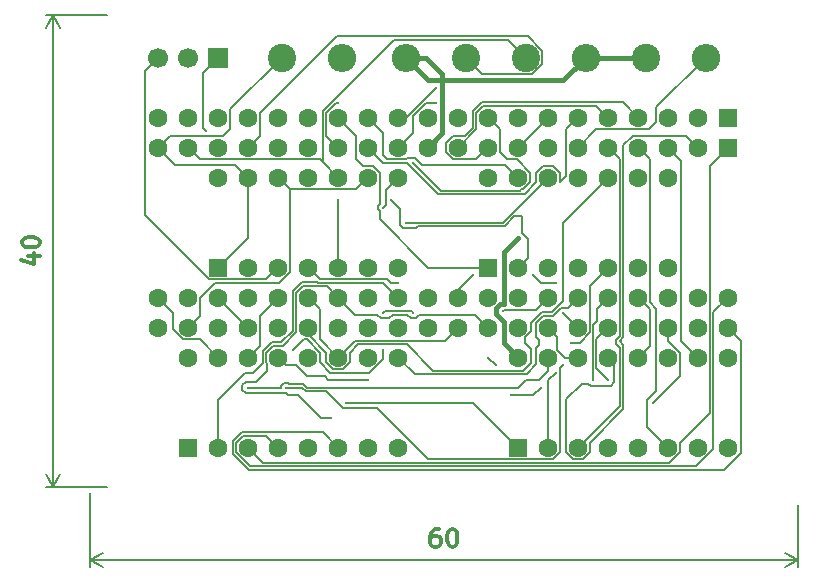
<source format=gbr>
%TF.GenerationSoftware,KiCad,Pcbnew,9.0.1*%
%TF.CreationDate,2025-04-10T22:20:42+03:00*%
%TF.ProjectId,Z80_card,5a38305f-6361-4726-942e-6b696361645f,rev?*%
%TF.SameCoordinates,Original*%
%TF.FileFunction,Copper,L1,Top*%
%TF.FilePolarity,Positive*%
%FSLAX46Y46*%
G04 Gerber Fmt 4.6, Leading zero omitted, Abs format (unit mm)*
G04 Created by KiCad (PCBNEW 9.0.1) date 2025-04-10 22:20:42*
%MOMM*%
%LPD*%
G01*
G04 APERTURE LIST*
G04 Aperture macros list*
%AMRoundRect*
0 Rectangle with rounded corners*
0 $1 Rounding radius*
0 $2 $3 $4 $5 $6 $7 $8 $9 X,Y pos of 4 corners*
0 Add a 4 corners polygon primitive as box body*
4,1,4,$2,$3,$4,$5,$6,$7,$8,$9,$2,$3,0*
0 Add four circle primitives for the rounded corners*
1,1,$1+$1,$2,$3*
1,1,$1+$1,$4,$5*
1,1,$1+$1,$6,$7*
1,1,$1+$1,$8,$9*
0 Add four rect primitives between the rounded corners*
20,1,$1+$1,$2,$3,$4,$5,0*
20,1,$1+$1,$4,$5,$6,$7,0*
20,1,$1+$1,$6,$7,$8,$9,0*
20,1,$1+$1,$8,$9,$2,$3,0*%
G04 Aperture macros list end*
%ADD10C,0.300000*%
%TA.AperFunction,NonConductor*%
%ADD11C,0.300000*%
%TD*%
%TA.AperFunction,NonConductor*%
%ADD12C,0.200000*%
%TD*%
%TA.AperFunction,ComponentPad*%
%ADD13RoundRect,0.250000X0.550000X-0.550000X0.550000X0.550000X-0.550000X0.550000X-0.550000X-0.550000X0*%
%TD*%
%TA.AperFunction,ComponentPad*%
%ADD14C,1.600000*%
%TD*%
%TA.AperFunction,ComponentPad*%
%ADD15R,1.700000X1.700000*%
%TD*%
%TA.AperFunction,ComponentPad*%
%ADD16C,1.700000*%
%TD*%
%TA.AperFunction,ComponentPad*%
%ADD17C,2.400000*%
%TD*%
%TA.AperFunction,ComponentPad*%
%ADD18O,2.400000X2.400000*%
%TD*%
%TA.AperFunction,ComponentPad*%
%ADD19RoundRect,0.250000X-0.550000X0.550000X-0.550000X-0.550000X0.550000X-0.550000X0.550000X0.550000X0*%
%TD*%
%TA.AperFunction,ViaPad*%
%ADD20C,0.300000*%
%TD*%
%TA.AperFunction,Conductor*%
%ADD21C,0.400000*%
%TD*%
%TA.AperFunction,Conductor*%
%ADD22C,0.200000*%
%TD*%
G04 APERTURE END LIST*
D10*
D11*
X39788328Y-57428571D02*
X40788328Y-57428571D01*
X39216900Y-57785713D02*
X40288328Y-58142856D01*
X40288328Y-58142856D02*
X40288328Y-57214285D01*
X39288328Y-56357142D02*
X39288328Y-56214285D01*
X39288328Y-56214285D02*
X39359757Y-56071428D01*
X39359757Y-56071428D02*
X39431185Y-56000000D01*
X39431185Y-56000000D02*
X39574042Y-55928571D01*
X39574042Y-55928571D02*
X39859757Y-55857142D01*
X39859757Y-55857142D02*
X40216900Y-55857142D01*
X40216900Y-55857142D02*
X40502614Y-55928571D01*
X40502614Y-55928571D02*
X40645471Y-56000000D01*
X40645471Y-56000000D02*
X40716900Y-56071428D01*
X40716900Y-56071428D02*
X40788328Y-56214285D01*
X40788328Y-56214285D02*
X40788328Y-56357142D01*
X40788328Y-56357142D02*
X40716900Y-56500000D01*
X40716900Y-56500000D02*
X40645471Y-56571428D01*
X40645471Y-56571428D02*
X40502614Y-56642857D01*
X40502614Y-56642857D02*
X40216900Y-56714285D01*
X40216900Y-56714285D02*
X39859757Y-56714285D01*
X39859757Y-56714285D02*
X39574042Y-56642857D01*
X39574042Y-56642857D02*
X39431185Y-56571428D01*
X39431185Y-56571428D02*
X39359757Y-56500000D01*
X39359757Y-56500000D02*
X39288328Y-56357142D01*
D12*
X46500000Y-77000000D02*
X41323580Y-77000000D01*
X41323580Y-37000000D02*
X46500000Y-37000000D01*
X41910000Y-77000000D02*
X41910000Y-37000000D01*
X41910000Y-77000000D02*
X41323579Y-75873496D01*
X41910000Y-77000000D02*
X42496421Y-75873496D01*
X41910000Y-37000000D02*
X42496421Y-38126504D01*
X41910000Y-37000000D02*
X41323579Y-38126504D01*
D10*
D11*
X74571429Y-80563328D02*
X74285714Y-80563328D01*
X74285714Y-80563328D02*
X74142857Y-80634757D01*
X74142857Y-80634757D02*
X74071429Y-80706185D01*
X74071429Y-80706185D02*
X73928571Y-80920471D01*
X73928571Y-80920471D02*
X73857143Y-81206185D01*
X73857143Y-81206185D02*
X73857143Y-81777614D01*
X73857143Y-81777614D02*
X73928571Y-81920471D01*
X73928571Y-81920471D02*
X74000000Y-81991900D01*
X74000000Y-81991900D02*
X74142857Y-82063328D01*
X74142857Y-82063328D02*
X74428571Y-82063328D01*
X74428571Y-82063328D02*
X74571429Y-81991900D01*
X74571429Y-81991900D02*
X74642857Y-81920471D01*
X74642857Y-81920471D02*
X74714286Y-81777614D01*
X74714286Y-81777614D02*
X74714286Y-81420471D01*
X74714286Y-81420471D02*
X74642857Y-81277614D01*
X74642857Y-81277614D02*
X74571429Y-81206185D01*
X74571429Y-81206185D02*
X74428571Y-81134757D01*
X74428571Y-81134757D02*
X74142857Y-81134757D01*
X74142857Y-81134757D02*
X74000000Y-81206185D01*
X74000000Y-81206185D02*
X73928571Y-81277614D01*
X73928571Y-81277614D02*
X73857143Y-81420471D01*
X75642857Y-80563328D02*
X75785714Y-80563328D01*
X75785714Y-80563328D02*
X75928571Y-80634757D01*
X75928571Y-80634757D02*
X76000000Y-80706185D01*
X76000000Y-80706185D02*
X76071428Y-80849042D01*
X76071428Y-80849042D02*
X76142857Y-81134757D01*
X76142857Y-81134757D02*
X76142857Y-81491900D01*
X76142857Y-81491900D02*
X76071428Y-81777614D01*
X76071428Y-81777614D02*
X76000000Y-81920471D01*
X76000000Y-81920471D02*
X75928571Y-81991900D01*
X75928571Y-81991900D02*
X75785714Y-82063328D01*
X75785714Y-82063328D02*
X75642857Y-82063328D01*
X75642857Y-82063328D02*
X75500000Y-81991900D01*
X75500000Y-81991900D02*
X75428571Y-81920471D01*
X75428571Y-81920471D02*
X75357142Y-81777614D01*
X75357142Y-81777614D02*
X75285714Y-81491900D01*
X75285714Y-81491900D02*
X75285714Y-81134757D01*
X75285714Y-81134757D02*
X75357142Y-80849042D01*
X75357142Y-80849042D02*
X75428571Y-80706185D01*
X75428571Y-80706185D02*
X75500000Y-80634757D01*
X75500000Y-80634757D02*
X75642857Y-80563328D01*
D12*
X45000000Y-77500000D02*
X45000000Y-83771420D01*
X105000000Y-83771420D02*
X105000000Y-78500000D01*
X45000000Y-83185000D02*
X105000000Y-83185000D01*
X45000000Y-83185000D02*
X46126504Y-82598579D01*
X45000000Y-83185000D02*
X46126504Y-83771421D01*
X105000000Y-83185000D02*
X103873496Y-83771421D01*
X105000000Y-83185000D02*
X103873496Y-82598579D01*
D13*
%TO.P,D1,1,A*%
%TO.N,Net-(D1A-A)*%
X55880000Y-58420000D03*
D14*
%TO.P,D1,2,B*%
%TO.N,Net-(D1A-B)*%
X58420000Y-58420000D03*
%TO.P,D1,3,Y*%
%TO.N,/BLUE*%
X60960000Y-58420000D03*
%TO.P,D1,4,A*%
%TO.N,Net-(D1A-B)*%
X63500000Y-58420000D03*
%TO.P,D1,5,B*%
%TO.N,Net-(D1B-B)*%
X66040000Y-58420000D03*
%TO.P,D1,6,Y*%
%TO.N,unconnected-(D1B-Y-Pad6)*%
X68580000Y-58420000D03*
%TO.P,D1,7,GND*%
%TO.N,GND*%
X71120000Y-58420000D03*
%TO.P,D1,8,Y*%
%TO.N,/RED*%
X71120000Y-50800000D03*
%TO.P,D1,9,A*%
%TO.N,/~{WR}*%
X68580000Y-50800000D03*
%TO.P,D1,10,B*%
%TO.N,Net-(D1B-B)*%
X66040000Y-50800000D03*
%TO.P,D1,11,Y*%
%TO.N,/YELLOW*%
X63500000Y-50800000D03*
%TO.P,D1,12,A*%
%TO.N,/~{WR}*%
X60960000Y-50800000D03*
%TO.P,D1,13,B*%
%TO.N,Net-(D1A-A)*%
X58420000Y-50800000D03*
%TO.P,D1,14,VCC*%
%TO.N,+5V*%
X55880000Y-50800000D03*
%TD*%
D13*
%TO.P,D4,1,SEL*%
%TO.N,Net-(D1A-A)*%
X53340000Y-73660000D03*
D14*
%TO.P,D4,2,1A*%
%TO.N,/A3*%
X55880000Y-73660000D03*
%TO.P,D4,3,1B*%
%TO.N,/_A11*%
X58420000Y-73660000D03*
%TO.P,D4,4,1Y*%
%TO.N,/A11*%
X60960000Y-73660000D03*
%TO.P,D4,5,2A*%
%TO.N,/A2*%
X63500000Y-73660000D03*
%TO.P,D4,6,2B*%
%TO.N,/_A10*%
X66040000Y-73660000D03*
%TO.P,D4,7,2Y*%
%TO.N,/A10*%
X68580000Y-73660000D03*
%TO.P,D4,8,GND*%
%TO.N,GND*%
X71120000Y-73660000D03*
%TO.P,D4,9,3Y*%
%TO.N,/A9*%
X71120000Y-66040000D03*
%TO.P,D4,10,3B*%
%TO.N,/_A9*%
X68580000Y-66040000D03*
%TO.P,D4,11,3A*%
%TO.N,/A1*%
X66040000Y-66040000D03*
%TO.P,D4,12,4Y*%
%TO.N,/A8*%
X63500000Y-66040000D03*
%TO.P,D4,13,4B*%
%TO.N,/_A8*%
X60960000Y-66040000D03*
%TO.P,D4,14,4A*%
%TO.N,/A0*%
X58420000Y-66040000D03*
%TO.P,D4,15,~{OE}*%
%TO.N,/_HLDA*%
X55880000Y-66040000D03*
%TO.P,D4,16,VCC*%
%TO.N,+5V*%
X53340000Y-66040000D03*
%TD*%
D15*
%TO.P,J2,1,Pin_1*%
%TO.N,/RED*%
X55880000Y-40640000D03*
D16*
%TO.P,J2,2,Pin_2*%
%TO.N,/YELLOW*%
X53340000Y-40640000D03*
%TO.P,J2,3,Pin_3*%
%TO.N,/BLUE*%
X50800000Y-40640000D03*
%TD*%
D13*
%TO.P,D3,1,SEL*%
%TO.N,Net-(D1A-A)*%
X81280000Y-73660000D03*
D14*
%TO.P,D3,2,1A*%
%TO.N,/A7*%
X83820000Y-73660000D03*
%TO.P,D3,3,1B*%
%TO.N,/_A15*%
X86360000Y-73660000D03*
%TO.P,D3,4,1Y*%
%TO.N,/A15*%
X88900000Y-73660000D03*
%TO.P,D3,5,2A*%
%TO.N,/A6*%
X91440000Y-73660000D03*
%TO.P,D3,6,2B*%
%TO.N,/_A14*%
X93980000Y-73660000D03*
%TO.P,D3,7,2Y*%
%TO.N,/A14*%
X96520000Y-73660000D03*
%TO.P,D3,8,GND*%
%TO.N,GND*%
X99060000Y-73660000D03*
%TO.P,D3,9,3Y*%
%TO.N,/A13*%
X99060000Y-66040000D03*
%TO.P,D3,10,3B*%
%TO.N,/_A13*%
X96520000Y-66040000D03*
%TO.P,D3,11,3A*%
%TO.N,/A5*%
X93980000Y-66040000D03*
%TO.P,D3,12,4Y*%
%TO.N,/A12*%
X91440000Y-66040000D03*
%TO.P,D3,13,4B*%
%TO.N,/_A12*%
X88900000Y-66040000D03*
%TO.P,D3,14,4A*%
%TO.N,/A4*%
X86360000Y-66040000D03*
%TO.P,D3,15,~{OE}*%
%TO.N,/_HLDA*%
X83820000Y-66040000D03*
%TO.P,D3,16,VCC*%
%TO.N,+5V*%
X81280000Y-66040000D03*
%TD*%
D17*
%TO.P,R2,1,TOP*%
%TO.N,+5V*%
X92075000Y-40640000D03*
D18*
%TO.P,R2,2,BOT*%
%TO.N,/CLK*%
X97155000Y-40640000D03*
%TD*%
D17*
%TO.P,R1,1,TOP*%
%TO.N,Net-(R1-TOP)*%
X76835000Y-40640000D03*
D18*
%TO.P,R1,2,BOT*%
%TO.N,+5V*%
X71755000Y-40640000D03*
%TD*%
D17*
%TO.P,R3,1,TOP*%
%TO.N,Net-(D1B-B)*%
X81915000Y-40640000D03*
D18*
%TO.P,R3,2,BOT*%
%TO.N,+5V*%
X86995000Y-40640000D03*
%TD*%
D19*
%TO.P,J1,1,Pin_1*%
%TO.N,/A10*%
X99060000Y-45720000D03*
D14*
%TO.P,J1,2,Pin_2*%
%TO.N,GND*%
X96520000Y-45720000D03*
%TO.P,J1,3,Pin_3*%
%TO.N,/D4*%
X93980000Y-45720000D03*
%TO.P,J1,4,Pin_4*%
%TO.N,/D5*%
X91440000Y-45720000D03*
%TO.P,J1,5,Pin_5*%
%TO.N,/D6*%
X88900000Y-45720000D03*
%TO.P,J1,6,Pin_6*%
%TO.N,/D7*%
X86360000Y-45720000D03*
%TO.P,J1,7,Pin_7*%
%TO.N,/D3*%
X83820000Y-45720000D03*
%TO.P,J1,8,Pin_8*%
%TO.N,/D2*%
X81280000Y-45720000D03*
%TO.P,J1,9,Pin_9*%
%TO.N,/D1*%
X78740000Y-45720000D03*
%TO.P,J1,10,Pin_10*%
%TO.N,/D0*%
X76200000Y-45720000D03*
%TO.P,J1,11,Pin_11*%
%TO.N,/-5V*%
X73660000Y-45720000D03*
%TO.P,J1,12,Pin_12*%
%TO.N,/RESET*%
X71120000Y-45720000D03*
%TO.P,J1,13,Pin_13*%
%TO.N,/HLD*%
X68580000Y-45720000D03*
%TO.P,J1,14,Pin_14*%
%TO.N,/INT*%
X66040000Y-45720000D03*
%TO.P,J1,15,Pin_15*%
%TO.N,/C2*%
X63500000Y-45720000D03*
%TO.P,J1,16,Pin_16*%
%TO.N,/INTE*%
X60960000Y-45720000D03*
%TO.P,J1,17,Pin_17*%
%TO.N,/DBIN*%
X58420000Y-45720000D03*
%TO.P,J1,18,Pin_18*%
%TO.N,/~{WR}*%
X55880000Y-45720000D03*
%TO.P,J1,19,Pin_19*%
%TO.N,/SYN*%
X53340000Y-45720000D03*
%TO.P,J1,20,Pin_20*%
%TO.N,+5V*%
X50800000Y-45720000D03*
%TO.P,J1,21,Pin_21*%
%TO.N,/_HLDA*%
X50800000Y-60960000D03*
%TO.P,J1,22,Pin_22*%
%TO.N,/C1*%
X53340000Y-60960000D03*
%TO.P,J1,23,Pin_23*%
%TO.N,/RDY*%
X55880000Y-60960000D03*
%TO.P,J1,24,Pin_24*%
%TO.N,/WI*%
X58420000Y-60960000D03*
%TO.P,J1,25,Pin_25*%
%TO.N,/A0*%
X60960000Y-60960000D03*
%TO.P,J1,26,Pin_26*%
%TO.N,/A1*%
X63500000Y-60960000D03*
%TO.P,J1,27,Pin_27*%
%TO.N,/A2*%
X66040000Y-60960000D03*
%TO.P,J1,28,Pin_28*%
%TO.N,/+12V*%
X68580000Y-60960000D03*
%TO.P,J1,29,Pin_29*%
%TO.N,/A3*%
X71120000Y-60960000D03*
%TO.P,J1,30,Pin_30*%
%TO.N,/A4*%
X73660000Y-60960000D03*
%TO.P,J1,31,Pin_31*%
%TO.N,/A5*%
X76200000Y-60960000D03*
%TO.P,J1,32,Pin_32*%
%TO.N,/A6*%
X78740000Y-60960000D03*
%TO.P,J1,33,Pin_33*%
%TO.N,/A7*%
X81280000Y-60960000D03*
%TO.P,J1,34,Pin_34*%
%TO.N,/A8*%
X83820000Y-60960000D03*
%TO.P,J1,35,Pin_35*%
%TO.N,/A9*%
X86360000Y-60960000D03*
%TO.P,J1,36,Pin_36*%
%TO.N,/A15*%
X88900000Y-60960000D03*
%TO.P,J1,37,Pin_37*%
%TO.N,/A12*%
X91440000Y-60960000D03*
%TO.P,J1,38,Pin_38*%
%TO.N,/A13*%
X93980000Y-60960000D03*
%TO.P,J1,39,Pin_39*%
%TO.N,/A14*%
X96520000Y-60960000D03*
%TO.P,J1,40,Pin_40*%
%TO.N,/A11*%
X99060000Y-60960000D03*
%TD*%
D17*
%TO.P,R4,1,TOP*%
%TO.N,Net-(D1A-A)*%
X61260000Y-40640000D03*
D18*
%TO.P,R4,2,BOT*%
%TO.N,+5V*%
X66340000Y-40640000D03*
%TD*%
D19*
%TO.P,U1,1,A11*%
%TO.N,/_A11*%
X99060000Y-48260000D03*
D14*
%TO.P,U1,2,A12*%
%TO.N,/_A12*%
X96520000Y-48260000D03*
%TO.P,U1,3,A13*%
%TO.N,/_A13*%
X93980000Y-48260000D03*
%TO.P,U1,4,A14*%
%TO.N,/_A14*%
X91440000Y-48260000D03*
%TO.P,U1,5,A15*%
%TO.N,/_A15*%
X88900000Y-48260000D03*
%TO.P,U1,6,CLK*%
%TO.N,/CLK*%
X86360000Y-48260000D03*
%TO.P,U1,7,D4*%
%TO.N,/D4*%
X83820000Y-48260000D03*
%TO.P,U1,8,D3*%
%TO.N,/D3*%
X81280000Y-48260000D03*
%TO.P,U1,9,D5*%
%TO.N,/D5*%
X78740000Y-48260000D03*
%TO.P,U1,10,D6*%
%TO.N,/D6*%
X76200000Y-48260000D03*
%TO.P,U1,11,VCC*%
%TO.N,+5V*%
X73660000Y-48260000D03*
%TO.P,U1,12,D2*%
%TO.N,/D2*%
X71120000Y-48260000D03*
%TO.P,U1,13,D7*%
%TO.N,/D7*%
X68580000Y-48260000D03*
%TO.P,U1,14,D0*%
%TO.N,/D0*%
X66040000Y-48260000D03*
%TO.P,U1,15,D1*%
%TO.N,/D1*%
X63500000Y-48260000D03*
%TO.P,U1,16,~{INT}*%
%TO.N,Net-(D2A-Y)*%
X60960000Y-48260000D03*
%TO.P,U1,17,~{NMI}*%
%TO.N,Net-(R1-TOP)*%
X58420000Y-48260000D03*
%TO.P,U1,18,~{HALT}*%
%TO.N,unconnected-(U1-~{HALT}-Pad18)*%
X55880000Y-48260000D03*
%TO.P,U1,19,~{MREQ}*%
%TO.N,Net-(D1B-B)*%
X53340000Y-48260000D03*
%TO.P,U1,20,~{IORQ}*%
%TO.N,Net-(D1A-A)*%
X50800000Y-48260000D03*
%TO.P,U1,21,~{RD}*%
%TO.N,Net-(D1A-B)*%
X50800000Y-63500000D03*
%TO.P,U1,22,~{WR}*%
%TO.N,/~{WR}*%
X53340000Y-63500000D03*
%TO.P,U1,23,~{BUSACK}*%
%TO.N,Net-(D2C-A)*%
X55880000Y-63500000D03*
%TO.P,U1,24,~{WAIT}*%
%TO.N,/RDY*%
X58420000Y-63500000D03*
%TO.P,U1,25,~{BUSREQ}*%
%TO.N,Net-(D2F-Y)*%
X60960000Y-63500000D03*
%TO.P,U1,26,~{RESET}*%
%TO.N,/~{RESET}*%
X63500000Y-63500000D03*
%TO.P,U1,27,~{M1}*%
%TO.N,unconnected-(U1-~{M1}-Pad27)*%
X66040000Y-63500000D03*
%TO.P,U1,28,~{RFSH}*%
%TO.N,unconnected-(U1-~{RFSH}-Pad28)*%
X68580000Y-63500000D03*
%TO.P,U1,29,GND*%
%TO.N,GND*%
X71120000Y-63500000D03*
%TO.P,U1,30,A0*%
%TO.N,/A0*%
X73660000Y-63500000D03*
%TO.P,U1,31,A1*%
%TO.N,/A1*%
X76200000Y-63500000D03*
%TO.P,U1,32,A2*%
%TO.N,/A2*%
X78740000Y-63500000D03*
%TO.P,U1,33,A3*%
%TO.N,/A3*%
X81280000Y-63500000D03*
%TO.P,U1,34,A4*%
%TO.N,/A4*%
X83820000Y-63500000D03*
%TO.P,U1,35,A5*%
%TO.N,/A5*%
X86360000Y-63500000D03*
%TO.P,U1,36,A6*%
%TO.N,/A6*%
X88900000Y-63500000D03*
%TO.P,U1,37,A7*%
%TO.N,/A7*%
X91440000Y-63500000D03*
%TO.P,U1,38,A8*%
%TO.N,/_A8*%
X93980000Y-63500000D03*
%TO.P,U1,39,A9*%
%TO.N,/_A9*%
X96520000Y-63500000D03*
%TO.P,U1,40,A10*%
%TO.N,/_A10*%
X99060000Y-63500000D03*
%TD*%
D13*
%TO.P,D2,1,A*%
%TO.N,/INT*%
X78740000Y-58420000D03*
D14*
%TO.P,D2,2,Y*%
%TO.N,Net-(D2A-Y)*%
X81280000Y-58420000D03*
%TO.P,D2,3,A*%
%TO.N,Net-(D1A-B)*%
X83820000Y-58420000D03*
%TO.P,D2,4,Y*%
%TO.N,/DBIN*%
X86360000Y-58420000D03*
%TO.P,D2,5,A*%
%TO.N,Net-(D2C-A)*%
X88900000Y-58420000D03*
%TO.P,D2,6,Y*%
%TO.N,/_HLDA*%
X91440000Y-58420000D03*
%TO.P,D2,7,GND*%
%TO.N,GND*%
X93980000Y-58420000D03*
%TO.P,D2,8,Y*%
%TO.N,unconnected-(D2D-Y-Pad8)*%
X93980000Y-50800000D03*
%TO.P,D2,9,A*%
%TO.N,unconnected-(D2D-A-Pad9)*%
X91440000Y-50800000D03*
%TO.P,D2,10,Y*%
%TO.N,/~{RESET}*%
X88900000Y-50800000D03*
%TO.P,D2,11,A*%
%TO.N,/RESET*%
X86360000Y-50800000D03*
%TO.P,D2,12,Y*%
%TO.N,Net-(D2F-Y)*%
X83820000Y-50800000D03*
%TO.P,D2,13,A*%
%TO.N,/HLD*%
X81280000Y-50800000D03*
%TO.P,D2,14,VCC*%
%TO.N,+5V*%
X78740000Y-50800000D03*
%TD*%
D20*
%TO.N,+5V*%
X81280000Y-55880000D03*
%TO.N,Net-(D1B-B)*%
X66040000Y-52705000D03*
%TO.N,Net-(D1A-A)*%
X66675000Y-69850000D03*
%TO.N,/D1*%
X72390000Y-49530000D03*
%TO.N,/RESET*%
X74295000Y-43180000D03*
%TO.N,/A15*%
X87630000Y-67945000D03*
%TO.N,/A8*%
X72390000Y-62230000D03*
X69850000Y-62230000D03*
X80010000Y-62097000D03*
%TO.N,/D0*%
X66040000Y-44450000D03*
%TO.N,/_HLDA*%
X58420000Y-68580000D03*
%TO.N,/D2*%
X74295000Y-44450000D03*
%TO.N,/A7*%
X84455000Y-67310000D03*
%TO.N,/A6*%
X83185000Y-68580000D03*
X80645000Y-69215000D03*
X78740000Y-66040000D03*
X79375000Y-66675000D03*
X88900000Y-67945000D03*
%TO.N,/A2*%
X65405000Y-71120000D03*
%TO.N,/A5*%
X85090000Y-62230000D03*
X84455000Y-59690000D03*
X82550000Y-59055000D03*
X77470000Y-59055000D03*
X76200000Y-60960000D03*
%TO.N,/A0*%
X62230000Y-65405000D03*
X69850000Y-65405000D03*
%TO.N,/_A8*%
X68580000Y-67945000D03*
X92710000Y-69850000D03*
%TO.N,Net-(D1A-B)*%
X71120000Y-59690000D03*
%TO.N,Net-(D2F-Y)*%
X71755000Y-54610000D03*
%TO.N,Net-(D2A-Y)*%
X70485000Y-52705000D03*
%TO.N,Net-(D2C-A)*%
X85090000Y-66675000D03*
X85725000Y-64770000D03*
X61595000Y-68580000D03*
%TO.N,/RED*%
X54846741Y-46857152D03*
X69850000Y-53340000D03*
%TD*%
D21*
%TO.N,+5V*%
X73660000Y-42545000D02*
X85090000Y-42545000D01*
X81280000Y-55880000D02*
X80079000Y-57081000D01*
X79410000Y-61848471D02*
X79410000Y-62345529D01*
X71755000Y-40640000D02*
X73660000Y-42545000D01*
X80079000Y-63014529D02*
X80079000Y-64839000D01*
X80079000Y-61497000D02*
X79761471Y-61497000D01*
X74861000Y-47059000D02*
X74861000Y-42048944D01*
X80079000Y-57081000D02*
X80079000Y-61497000D01*
X80079000Y-64839000D02*
X81280000Y-66040000D01*
X85090000Y-42545000D02*
X86995000Y-40640000D01*
X73452056Y-40640000D02*
X71755000Y-40640000D01*
X79410000Y-62345529D02*
X80079000Y-63014529D01*
X79761471Y-61497000D02*
X79410000Y-61848471D01*
X86995000Y-40640000D02*
X92075000Y-40640000D01*
X74861000Y-42048944D02*
X73452056Y-40640000D01*
X73660000Y-48260000D02*
X74861000Y-47059000D01*
D22*
%TO.N,Net-(R1-TOP)*%
X82495314Y-42041000D02*
X83316000Y-41220314D01*
X82094314Y-38838000D02*
X65937000Y-38838000D01*
X76835000Y-40640000D02*
X78236000Y-42041000D01*
X65937000Y-38838000D02*
X59421000Y-45354000D01*
X78236000Y-42041000D02*
X82495314Y-42041000D01*
X83316000Y-41220314D02*
X83316000Y-40059686D01*
X59421000Y-47259000D02*
X58420000Y-48260000D01*
X59421000Y-45354000D02*
X59421000Y-47259000D01*
X83316000Y-40059686D02*
X82094314Y-38838000D01*
%TO.N,/CLK*%
X92979000Y-46086000D02*
X92979000Y-44816000D01*
X92344000Y-46721000D02*
X92979000Y-46086000D01*
X92979000Y-44816000D02*
X97155000Y-40640000D01*
X87899000Y-46721000D02*
X92344000Y-46721000D01*
X86360000Y-48260000D02*
X87899000Y-46721000D01*
%TO.N,Net-(D1B-B)*%
X64501000Y-49261000D02*
X66040000Y-50800000D01*
X53340000Y-48260000D02*
X54341000Y-49261000D01*
X80414000Y-39139000D02*
X70779694Y-39139000D01*
X70779694Y-39139000D02*
X64738000Y-45180694D01*
X66040000Y-58420000D02*
X66040000Y-52705000D01*
X81915000Y-40640000D02*
X80414000Y-39139000D01*
X54341000Y-49261000D02*
X64501000Y-49261000D01*
X64738000Y-49498000D02*
X66040000Y-50800000D01*
X64738000Y-45180694D02*
X64738000Y-49498000D01*
%TO.N,Net-(D1A-A)*%
X81280000Y-73660000D02*
X77470000Y-69850000D01*
X56294628Y-47259000D02*
X51801000Y-47259000D01*
X61260000Y-40640000D02*
X56881000Y-45019000D01*
X50800000Y-48260000D02*
X52239000Y-49699000D01*
X57319000Y-49699000D02*
X58420000Y-50800000D01*
X52239000Y-49699000D02*
X57319000Y-49699000D01*
X51801000Y-47259000D02*
X50800000Y-48260000D01*
X58420000Y-50800000D02*
X58420000Y-55880000D01*
X58420000Y-55880000D02*
X55880000Y-58420000D01*
X56881000Y-46672628D02*
X56294628Y-47259000D01*
X56881000Y-45019000D02*
X56881000Y-46672628D01*
X77470000Y-69850000D02*
X66675000Y-69850000D01*
%TO.N,/D6*%
X78325372Y-44719000D02*
X87899000Y-44719000D01*
X87899000Y-44719000D02*
X88900000Y-45720000D01*
X77739000Y-45305372D02*
X78325372Y-44719000D01*
X77739000Y-46721000D02*
X77739000Y-45305372D01*
X76200000Y-48260000D02*
X77739000Y-46721000D01*
%TO.N,/A12*%
X91440000Y-60960000D02*
X92441000Y-61961000D01*
X92441000Y-61961000D02*
X92441000Y-65039000D01*
X92441000Y-65039000D02*
X91440000Y-66040000D01*
%TO.N,/D1*%
X81542208Y-51805000D02*
X81690628Y-51805000D01*
X81690628Y-51805000D02*
X82281000Y-51214628D01*
X81156628Y-49261000D02*
X80376000Y-49261000D01*
X80376000Y-49261000D02*
X79741000Y-48626000D01*
X79741000Y-46721000D02*
X78740000Y-45720000D01*
X74761000Y-51901000D02*
X81446208Y-51901000D01*
X81446208Y-51901000D02*
X81542208Y-51805000D01*
X82281000Y-51214628D02*
X82281000Y-50385372D01*
X79741000Y-48626000D02*
X79741000Y-46721000D01*
X82281000Y-50385372D02*
X81156628Y-49261000D01*
X72390000Y-49530000D02*
X74761000Y-51901000D01*
%TO.N,/RESET*%
X71755000Y-45720000D02*
X74295000Y-43180000D01*
X71120000Y-45720000D02*
X71755000Y-45720000D01*
%TO.N,/A9*%
X82819000Y-66623736D02*
X82819000Y-65208107D01*
X83405372Y-62499000D02*
X84253900Y-62499000D01*
X82819000Y-63085372D02*
X83405372Y-62499000D01*
X83050000Y-64562893D02*
X82819000Y-64331893D01*
X82819000Y-64331893D02*
X82819000Y-63085372D01*
X72522000Y-67442000D02*
X82000736Y-67442000D01*
X71120000Y-66040000D02*
X72522000Y-67442000D01*
X82819000Y-65208107D02*
X83050000Y-64977107D01*
X83050000Y-64977107D02*
X83050000Y-64562893D01*
X84923900Y-61829000D02*
X85491000Y-61829000D01*
X84253900Y-62499000D02*
X84923900Y-61829000D01*
X82000736Y-67442000D02*
X82819000Y-66623736D01*
X85491000Y-61829000D02*
X86360000Y-60960000D01*
%TO.N,/A15*%
X87599000Y-67914000D02*
X87630000Y-67945000D01*
X88900000Y-60960000D02*
X87930000Y-61930000D01*
X87930000Y-61930000D02*
X87930000Y-62989264D01*
X87930000Y-62989264D02*
X87661000Y-63258264D01*
X87599000Y-64100892D02*
X87599000Y-67914000D01*
X87661000Y-63258264D02*
X87661000Y-64038892D01*
X87661000Y-64038892D02*
X87599000Y-64100892D01*
%TO.N,/RDY*%
X58420000Y-63500000D02*
X55880000Y-60960000D01*
%TO.N,/INT*%
X66040000Y-45720000D02*
X67579000Y-47259000D01*
X69581000Y-54341000D02*
X73660000Y-58420000D01*
X73660000Y-58420000D02*
X78740000Y-58420000D01*
X68994628Y-49799000D02*
X69581000Y-50385372D01*
X67579000Y-49212628D02*
X68165372Y-49799000D01*
X69581000Y-53041900D02*
X69449000Y-53173900D01*
X69581000Y-53638100D02*
X69581000Y-54341000D01*
X68165372Y-49799000D02*
X68994628Y-49799000D01*
X69449000Y-53173900D02*
X69449000Y-53506100D01*
X69581000Y-50385372D02*
X69581000Y-53041900D01*
X67579000Y-47259000D02*
X67579000Y-49212628D01*
X69449000Y-53506100D02*
X69581000Y-53638100D01*
%TO.N,/A1*%
X64501000Y-64501000D02*
X66040000Y-66040000D01*
X67479000Y-64601000D02*
X66040000Y-66040000D01*
X64501000Y-61961000D02*
X64501000Y-64501000D01*
X75099000Y-64601000D02*
X67479000Y-64601000D01*
X76200000Y-63500000D02*
X75099000Y-64601000D01*
X63500000Y-60960000D02*
X64501000Y-61961000D01*
%TO.N,/A8*%
X69982000Y-62098000D02*
X69850000Y-62230000D01*
X82781000Y-61999000D02*
X80108000Y-61999000D01*
X72258000Y-62098000D02*
X69982000Y-62098000D01*
X83820000Y-60960000D02*
X82781000Y-61999000D01*
X72390000Y-62230000D02*
X72258000Y-62098000D01*
X80108000Y-61999000D02*
X80010000Y-62097000D01*
%TO.N,/~{WR}*%
X54341000Y-62499000D02*
X53340000Y-63500000D01*
X67579000Y-51801000D02*
X68580000Y-50800000D01*
X61961000Y-58834628D02*
X61073628Y-59722000D01*
X60960000Y-50800000D02*
X61961000Y-51801000D01*
X54341000Y-60960000D02*
X54341000Y-62499000D01*
X55579000Y-59722000D02*
X54341000Y-60960000D01*
X61961000Y-51801000D02*
X61961000Y-58834628D01*
X61961000Y-51801000D02*
X67579000Y-51801000D01*
X61073628Y-59722000D02*
X55579000Y-59722000D01*
%TO.N,/D0*%
X66040000Y-44450000D02*
X65894372Y-44450000D01*
X65894372Y-44450000D02*
X65039000Y-45305372D01*
X65039000Y-45305372D02*
X65039000Y-47259000D01*
X65039000Y-47259000D02*
X66040000Y-48260000D01*
%TO.N,/_HLDA*%
X61428900Y-68179000D02*
X61194000Y-68413900D01*
X83820000Y-66040000D02*
X83820000Y-67171370D01*
X63109132Y-68279000D02*
X61861100Y-68279000D01*
X52070000Y-63645628D02*
X52070000Y-62230000D01*
X63410132Y-68580000D02*
X63109132Y-68279000D01*
X83050370Y-67941000D02*
X81919000Y-67941000D01*
X61194000Y-68413900D02*
X61194000Y-68580000D01*
X52070000Y-62230000D02*
X50800000Y-60960000D01*
X61761100Y-68179000D02*
X61428900Y-68179000D01*
X55880000Y-66040000D02*
X54341000Y-64501000D01*
X83820000Y-67171370D02*
X83050370Y-67941000D01*
X54341000Y-64501000D02*
X52925372Y-64501000D01*
X52925372Y-64501000D02*
X52070000Y-63645628D01*
X61194000Y-68580000D02*
X58420000Y-68580000D01*
X81280000Y-68580000D02*
X63410132Y-68580000D01*
X81919000Y-67941000D02*
X81280000Y-68580000D01*
X61861100Y-68279000D02*
X61761100Y-68179000D01*
%TO.N,/D2*%
X72390000Y-46990000D02*
X72390000Y-45574372D01*
X71120000Y-48260000D02*
X72390000Y-46990000D01*
X73514372Y-44450000D02*
X74295000Y-44450000D01*
X72390000Y-45574372D02*
X73514372Y-44450000D01*
%TO.N,/HLD*%
X68580000Y-45720000D02*
X69850000Y-46990000D01*
X71755000Y-49261000D02*
X71887000Y-49129000D01*
X69850000Y-48895000D02*
X70216000Y-49261000D01*
X80179000Y-49699000D02*
X81280000Y-50800000D01*
X73126100Y-49699000D02*
X80179000Y-49699000D01*
X70216000Y-49261000D02*
X71755000Y-49261000D01*
X69850000Y-46990000D02*
X69850000Y-48895000D01*
X71887000Y-49129000D02*
X72556100Y-49129000D01*
X72556100Y-49129000D02*
X73126100Y-49699000D01*
%TO.N,/A7*%
X83820000Y-73660000D02*
X83820000Y-67945000D01*
X83820000Y-67945000D02*
X84455000Y-67310000D01*
%TO.N,/D5*%
X75199000Y-48674628D02*
X75199000Y-47845372D01*
X77438000Y-46596322D02*
X77438000Y-45180694D01*
X75199000Y-47845372D02*
X75785372Y-47259000D01*
X77739000Y-49261000D02*
X75785372Y-49261000D01*
X78200694Y-44418000D02*
X90138000Y-44418000D01*
X78740000Y-48260000D02*
X77739000Y-49261000D01*
X90138000Y-44418000D02*
X91440000Y-45720000D01*
X75785372Y-49261000D02*
X75199000Y-48674628D01*
X75785372Y-47259000D02*
X76775322Y-47259000D01*
X76775322Y-47259000D02*
X77438000Y-46596322D01*
X77438000Y-45180694D02*
X78200694Y-44418000D01*
%TO.N,/A3*%
X55880000Y-69636472D02*
X58171472Y-67345000D01*
X62960694Y-59658000D02*
X64313736Y-59658000D01*
X61248950Y-64739000D02*
X62198000Y-63789950D01*
X58806472Y-67345000D02*
X59659000Y-66492472D01*
X64313736Y-59658000D02*
X64376736Y-59721000D01*
X59659000Y-66492472D02*
X59659000Y-65501108D01*
X69881000Y-59721000D02*
X71120000Y-60960000D01*
X64376736Y-59721000D02*
X69881000Y-59721000D01*
X58171472Y-67345000D02*
X58806472Y-67345000D01*
X62198000Y-60420694D02*
X62960694Y-59658000D01*
X59659000Y-65501108D02*
X60421108Y-64739000D01*
X55880000Y-73660000D02*
X55880000Y-69636472D01*
X62198000Y-63789950D02*
X62198000Y-60420694D01*
X60421108Y-64739000D02*
X61248950Y-64739000D01*
%TO.N,/D3*%
X81280000Y-48260000D02*
X83820000Y-45720000D01*
%TO.N,/A6*%
X87899000Y-64501000D02*
X87899000Y-66944000D01*
X87899000Y-66944000D02*
X88900000Y-67945000D01*
X82550000Y-69215000D02*
X83185000Y-68580000D01*
X80645000Y-69215000D02*
X82550000Y-69215000D01*
X78740000Y-66040000D02*
X79375000Y-66675000D01*
X88900000Y-63500000D02*
X87899000Y-64501000D01*
%TO.N,/A2*%
X57920000Y-68372893D02*
X58212893Y-68080000D01*
X66040000Y-60960000D02*
X67479000Y-62399000D01*
X59959000Y-66454628D02*
X59959000Y-65625372D01*
X70332950Y-62730000D02*
X70663950Y-62399000D01*
X71851893Y-62399000D02*
X72182893Y-62730000D01*
X64252472Y-60021000D02*
X65101000Y-60021000D01*
X62499000Y-60545372D02*
X63085372Y-59959000D01*
X67479000Y-62399000D02*
X69311893Y-62399000D01*
X64190472Y-59959000D02*
X64252472Y-60021000D01*
X58212893Y-69080000D02*
X57920000Y-68787107D01*
X69642893Y-62730000D02*
X70332950Y-62730000D01*
X61772736Y-69182000D02*
X61670736Y-69080000D01*
X57920000Y-68787107D02*
X57920000Y-68372893D01*
X59130736Y-68080000D02*
X60055108Y-67155628D01*
X65101000Y-60021000D02*
X66040000Y-60960000D01*
X64624372Y-71120000D02*
X62686372Y-69182000D01*
X58212893Y-68080000D02*
X59130736Y-68080000D01*
X60545372Y-65039000D02*
X61374628Y-65039000D01*
X60055108Y-66550736D02*
X59959000Y-66454628D01*
X72928107Y-62399000D02*
X77639000Y-62399000D01*
X61670736Y-69080000D02*
X58212893Y-69080000D01*
X62499000Y-63914628D02*
X62499000Y-60545372D01*
X72597107Y-62730000D02*
X72928107Y-62399000D01*
X63085372Y-59959000D02*
X64190472Y-59959000D01*
X69311893Y-62399000D02*
X69642893Y-62730000D01*
X65405000Y-71120000D02*
X64624372Y-71120000D01*
X70663950Y-62399000D02*
X71851893Y-62399000D01*
X60055108Y-67155628D02*
X60055108Y-66550736D01*
X72182893Y-62730000D02*
X72597107Y-62730000D01*
X77639000Y-62399000D02*
X78740000Y-63500000D01*
X61374628Y-65039000D02*
X62499000Y-63914628D01*
X59959000Y-65625372D02*
X60545372Y-65039000D01*
X62686372Y-69182000D02*
X61772736Y-69182000D01*
%TO.N,/A4*%
X84590000Y-64270000D02*
X83820000Y-63500000D01*
X85228630Y-66040000D02*
X84590000Y-65401370D01*
X86360000Y-66040000D02*
X85228630Y-66040000D01*
X84590000Y-65401370D02*
X84590000Y-64270000D01*
%TO.N,/A11*%
X58005372Y-72659000D02*
X59959000Y-72659000D01*
X57419000Y-74074628D02*
X57419000Y-73245372D01*
X58607372Y-75263000D02*
X57419000Y-74074628D01*
X99060000Y-60960000D02*
X97822000Y-62198000D01*
X97822000Y-62198000D02*
X97822000Y-73773628D01*
X59959000Y-72659000D02*
X60960000Y-73660000D01*
X57419000Y-73245372D02*
X58005372Y-72659000D01*
X96332628Y-75263000D02*
X58607372Y-75263000D01*
X97822000Y-73773628D02*
X96332628Y-75263000D01*
%TO.N,/A5*%
X76200000Y-60960000D02*
X76200000Y-60325000D01*
X76200000Y-60325000D02*
X77470000Y-59055000D01*
X82550000Y-59055000D02*
X83185000Y-59690000D01*
X83185000Y-59690000D02*
X84455000Y-59690000D01*
X85090000Y-62230000D02*
X86360000Y-63500000D01*
%TO.N,/D7*%
X81831628Y-52202000D02*
X82819000Y-51214628D01*
X85359000Y-50676628D02*
X85359000Y-46721000D01*
X84821000Y-51214628D02*
X85359000Y-50676628D01*
X83405372Y-49799000D02*
X84234628Y-49799000D01*
X84821000Y-50385372D02*
X84821000Y-51214628D01*
X68580000Y-48260000D02*
X69882000Y-49562000D01*
X84234628Y-49799000D02*
X84821000Y-50385372D01*
X74494900Y-52202000D02*
X81831628Y-52202000D01*
X69882000Y-49562000D02*
X71854900Y-49562000D01*
X71854900Y-49562000D02*
X74494900Y-52202000D01*
X82819000Y-50385372D02*
X83405372Y-49799000D01*
X85359000Y-46721000D02*
X86360000Y-45720000D01*
X82819000Y-51214628D02*
X82819000Y-50385372D01*
%TO.N,/A0*%
X64501000Y-65625372D02*
X63376628Y-64501000D01*
X60960000Y-60960000D02*
X59421000Y-62499000D01*
X65389371Y-67342999D02*
X64501000Y-66454628D01*
X63134000Y-64501000D02*
X62230000Y-65405000D01*
X69850000Y-66185628D02*
X69850000Y-65405000D01*
X68692629Y-67342999D02*
X65389371Y-67342999D01*
X69850000Y-66185628D02*
X68692629Y-67342999D01*
X59421000Y-62499000D02*
X59421000Y-65039000D01*
X59421000Y-65039000D02*
X58420000Y-66040000D01*
X64501000Y-66454628D02*
X64501000Y-65625372D01*
X63376628Y-64501000D02*
X63134000Y-64501000D01*
%TO.N,/_A13*%
X93980000Y-48260000D02*
X95081000Y-49361000D01*
X95081000Y-49361000D02*
X95081000Y-64601000D01*
X95081000Y-64601000D02*
X96520000Y-66040000D01*
%TO.N,/~{RESET}*%
X82381000Y-66496050D02*
X82381000Y-65300158D01*
X74116050Y-67141000D02*
X81736050Y-67141000D01*
X83280280Y-62197000D02*
X84122000Y-62197000D01*
X66454628Y-67041000D02*
X67041000Y-66454628D01*
X81880000Y-64326951D02*
X82381000Y-63825951D01*
X65039000Y-66454628D02*
X65625372Y-67041000D01*
X65625372Y-67041000D02*
X66454628Y-67041000D01*
X85090000Y-61229000D02*
X85090000Y-54610000D01*
X65039000Y-65625372D02*
X65039000Y-66454628D01*
X85090000Y-54610000D02*
X88900000Y-50800000D01*
X63500000Y-63500000D02*
X63500000Y-64086372D01*
X67041000Y-66454628D02*
X67041000Y-65625372D01*
X84122000Y-62197000D02*
X85090000Y-61229000D01*
X63500000Y-64086372D02*
X65039000Y-65625372D01*
X71876050Y-64901000D02*
X74116050Y-67141000D01*
X81736050Y-67141000D02*
X82381000Y-66496050D01*
X82381000Y-65300158D02*
X81880000Y-64799158D01*
X82381000Y-63825951D02*
X82381000Y-63096280D01*
X67041000Y-65625372D02*
X67765372Y-64901000D01*
X67765372Y-64901000D02*
X71876050Y-64901000D01*
X82381000Y-63096280D02*
X83280280Y-62197000D01*
X81880000Y-64799158D02*
X81880000Y-64326951D01*
%TO.N,/_A8*%
X93980000Y-64624372D02*
X94981000Y-65625372D01*
X93980000Y-63500000D02*
X93980000Y-64624372D01*
X94981000Y-67579000D02*
X92710000Y-69850000D01*
X63413528Y-67645000D02*
X62478528Y-66710000D01*
X61630000Y-66710000D02*
X60960000Y-66040000D01*
X94981000Y-65625372D02*
X94981000Y-67579000D01*
X62478528Y-66710000D02*
X61630000Y-66710000D01*
X65194264Y-67945000D02*
X64894264Y-67645000D01*
X68580000Y-67945000D02*
X65194264Y-67945000D01*
X64894264Y-67645000D02*
X63413528Y-67645000D01*
%TO.N,/_A12*%
X89870000Y-64645736D02*
X90202000Y-64977736D01*
X87361000Y-74074628D02*
X86774628Y-74661000D01*
X89400000Y-68152107D02*
X89400000Y-66540000D01*
X86774628Y-74661000D02*
X85945372Y-74661000D01*
X96520000Y-48260000D02*
X95519000Y-47259000D01*
X95519000Y-47259000D02*
X91025372Y-47259000D01*
X87222893Y-68245000D02*
X87422893Y-68445000D01*
X90202000Y-48082372D02*
X90202000Y-64313736D01*
X85945372Y-74661000D02*
X85359000Y-74074628D01*
X91025372Y-47259000D02*
X90202000Y-48082372D01*
X86695000Y-68245000D02*
X87222893Y-68245000D01*
X87361000Y-73245372D02*
X87361000Y-74074628D01*
X90202000Y-70404372D02*
X87361000Y-73245372D01*
X89107107Y-68445000D02*
X89400000Y-68152107D01*
X89400000Y-66540000D02*
X88900000Y-66040000D01*
X87422893Y-68445000D02*
X89107107Y-68445000D01*
X90202000Y-64313736D02*
X89870000Y-64645736D01*
X85359000Y-74074628D02*
X85359000Y-69581000D01*
X90202000Y-64977736D02*
X90202000Y-70404372D01*
X85359000Y-69581000D02*
X86695000Y-68245000D01*
%TO.N,/_A10*%
X100161000Y-64601000D02*
X100161000Y-74116050D01*
X64738000Y-72358000D02*
X66040000Y-73660000D01*
X98713050Y-75564000D02*
X58482694Y-75564000D01*
X57118000Y-74199306D02*
X57118000Y-73120694D01*
X99060000Y-63500000D02*
X100161000Y-64601000D01*
X100161000Y-74116050D02*
X98713050Y-75564000D01*
X57880694Y-72358000D02*
X64738000Y-72358000D01*
X58482694Y-75564000D02*
X57118000Y-74199306D01*
X57118000Y-73120694D02*
X57880694Y-72358000D01*
%TO.N,Net-(D1A-B)*%
X64501000Y-59421000D02*
X63500000Y-58420000D01*
X70216000Y-59421000D02*
X64501000Y-59421000D01*
X71120000Y-59690000D02*
X70485000Y-59690000D01*
X70485000Y-59690000D02*
X70216000Y-59421000D01*
%TO.N,Net-(D2F-Y)*%
X71755000Y-54610000D02*
X80010000Y-54610000D01*
X80010000Y-54610000D02*
X83820000Y-50800000D01*
%TO.N,/_A14*%
X92441000Y-49261000D02*
X92441000Y-61374628D01*
X92979000Y-68873893D02*
X92210000Y-69642893D01*
X91440000Y-48260000D02*
X92441000Y-49261000D01*
X92979000Y-61912628D02*
X92979000Y-68873893D01*
X92441000Y-61374628D02*
X92979000Y-61912628D01*
X92210000Y-71890000D02*
X93980000Y-73660000D01*
X92210000Y-69642893D02*
X92210000Y-71890000D01*
%TO.N,Net-(D2A-Y)*%
X72796107Y-54911000D02*
X72597107Y-55110000D01*
X71255000Y-53475000D02*
X70485000Y-52705000D01*
X80134678Y-54911000D02*
X72796107Y-54911000D01*
X71547893Y-55110000D02*
X71255000Y-54817107D01*
X80946414Y-54099264D02*
X80134678Y-54911000D01*
X81580000Y-54099264D02*
X80946414Y-54099264D01*
X82079999Y-57620001D02*
X82079999Y-55971479D01*
X81580000Y-55471480D02*
X81580000Y-54099264D01*
X72597107Y-55110000D02*
X71547893Y-55110000D01*
X81280000Y-58420000D02*
X82079999Y-57620001D01*
X71255000Y-54817107D02*
X71255000Y-53475000D01*
X82079999Y-55971479D02*
X81580000Y-55471480D01*
%TO.N,Net-(D2C-A)*%
X84856000Y-74039628D02*
X84234628Y-74661000D01*
X87361000Y-59959000D02*
X87361000Y-60960000D01*
X88900000Y-58420000D02*
X87361000Y-59959000D01*
X73678050Y-74661000D02*
X69367050Y-70350000D01*
X66467893Y-70350000D02*
X64999893Y-68882000D01*
X69367050Y-70350000D02*
X66467893Y-70350000D01*
X85090000Y-66675000D02*
X84856000Y-66909000D01*
X85725000Y-64770000D02*
X86505628Y-64770000D01*
X87361000Y-63914628D02*
X87361000Y-60960000D01*
X62984454Y-68580000D02*
X61595000Y-68580000D01*
X84234628Y-74661000D02*
X73678050Y-74661000D01*
X84856000Y-66909000D02*
X84856000Y-74039628D01*
X87361000Y-60960000D02*
X87361000Y-61374628D01*
X64999893Y-68882000D02*
X63286454Y-68882000D01*
X63286454Y-68882000D02*
X62984454Y-68580000D01*
X86505628Y-64770000D02*
X87361000Y-63914628D01*
%TO.N,/_A11*%
X99060000Y-48260000D02*
X97521000Y-49799000D01*
X94981000Y-74074628D02*
X94093628Y-74962000D01*
X97521000Y-49799000D02*
X97521000Y-70705372D01*
X97521000Y-70705372D02*
X94981000Y-73245372D01*
X94093628Y-74962000D02*
X59722000Y-74962000D01*
X59722000Y-74962000D02*
X58420000Y-73660000D01*
X94981000Y-73245372D02*
X94981000Y-74074628D01*
%TO.N,/_A15*%
X89901000Y-49261000D02*
X89901000Y-64190472D01*
X88900000Y-48260000D02*
X89901000Y-49261000D01*
X89570000Y-64521472D02*
X89570000Y-64877106D01*
X89570000Y-64877106D02*
X89901000Y-65208106D01*
X89901000Y-70119000D02*
X86360000Y-73660000D01*
X89901000Y-64190472D02*
X89570000Y-64521472D01*
X89901000Y-65208106D02*
X89901000Y-70119000D01*
%TO.N,/BLUE*%
X49699000Y-41741000D02*
X50800000Y-40640000D01*
X60960000Y-58420000D02*
X59959000Y-59421000D01*
X59959000Y-59421000D02*
X55136262Y-59421000D01*
X55136262Y-59421000D02*
X49699000Y-53983738D01*
X49699000Y-53983738D02*
X49699000Y-41741000D01*
%TO.N,/RED*%
X70084000Y-51836000D02*
X71120000Y-50800000D01*
X69850000Y-53340000D02*
X70084000Y-53106000D01*
X70084000Y-53106000D02*
X70084000Y-51836000D01*
X55880000Y-40640000D02*
X54610000Y-41910000D01*
X54610000Y-46620411D02*
X54846741Y-46857152D01*
X54610000Y-41910000D02*
X54610000Y-46620411D01*
%TD*%
M02*

</source>
